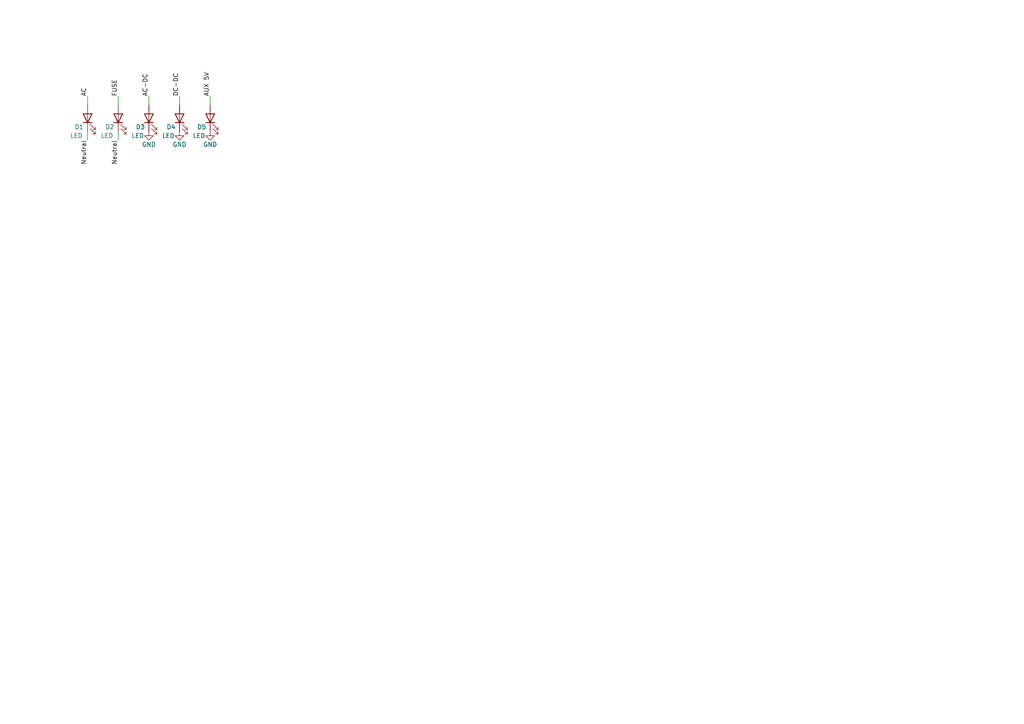
<source format=kicad_sch>
(kicad_sch (version 20230121) (generator eeschema)

  (uuid eacca3c9-02da-497d-ba4a-e777aa4e3fed)

  (paper "A4")

  (lib_symbols
    (symbol "Device:LED" (pin_numbers hide) (pin_names (offset 1.016) hide) (in_bom yes) (on_board yes)
      (property "Reference" "D" (at 0 2.54 0)
        (effects (font (size 1.27 1.27)))
      )
      (property "Value" "LED" (at 0 -2.54 0)
        (effects (font (size 1.27 1.27)))
      )
      (property "Footprint" "" (at 0 0 0)
        (effects (font (size 1.27 1.27)) hide)
      )
      (property "Datasheet" "~" (at 0 0 0)
        (effects (font (size 1.27 1.27)) hide)
      )
      (property "ki_keywords" "LED diode" (at 0 0 0)
        (effects (font (size 1.27 1.27)) hide)
      )
      (property "ki_description" "Light emitting diode" (at 0 0 0)
        (effects (font (size 1.27 1.27)) hide)
      )
      (property "ki_fp_filters" "LED* LED_SMD:* LED_THT:*" (at 0 0 0)
        (effects (font (size 1.27 1.27)) hide)
      )
      (symbol "LED_0_1"
        (polyline
          (pts
            (xy -1.27 -1.27)
            (xy -1.27 1.27)
          )
          (stroke (width 0.254) (type default))
          (fill (type none))
        )
        (polyline
          (pts
            (xy -1.27 0)
            (xy 1.27 0)
          )
          (stroke (width 0) (type default))
          (fill (type none))
        )
        (polyline
          (pts
            (xy 1.27 -1.27)
            (xy 1.27 1.27)
            (xy -1.27 0)
            (xy 1.27 -1.27)
          )
          (stroke (width 0.254) (type default))
          (fill (type none))
        )
        (polyline
          (pts
            (xy -3.048 -0.762)
            (xy -4.572 -2.286)
            (xy -3.81 -2.286)
            (xy -4.572 -2.286)
            (xy -4.572 -1.524)
          )
          (stroke (width 0) (type default))
          (fill (type none))
        )
        (polyline
          (pts
            (xy -1.778 -0.762)
            (xy -3.302 -2.286)
            (xy -2.54 -2.286)
            (xy -3.302 -2.286)
            (xy -3.302 -1.524)
          )
          (stroke (width 0) (type default))
          (fill (type none))
        )
      )
      (symbol "LED_1_1"
        (pin passive line (at -3.81 0 0) (length 2.54)
          (name "K" (effects (font (size 1.27 1.27))))
          (number "1" (effects (font (size 1.27 1.27))))
        )
        (pin passive line (at 3.81 0 180) (length 2.54)
          (name "A" (effects (font (size 1.27 1.27))))
          (number "2" (effects (font (size 1.27 1.27))))
        )
      )
    )
    (symbol "power:GND" (power) (pin_names (offset 0)) (in_bom yes) (on_board yes)
      (property "Reference" "#PWR" (at 0 -6.35 0)
        (effects (font (size 1.27 1.27)) hide)
      )
      (property "Value" "GND" (at 0 -3.81 0)
        (effects (font (size 1.27 1.27)))
      )
      (property "Footprint" "" (at 0 0 0)
        (effects (font (size 1.27 1.27)) hide)
      )
      (property "Datasheet" "" (at 0 0 0)
        (effects (font (size 1.27 1.27)) hide)
      )
      (property "ki_keywords" "global power" (at 0 0 0)
        (effects (font (size 1.27 1.27)) hide)
      )
      (property "ki_description" "Power symbol creates a global label with name \"GND\" , ground" (at 0 0 0)
        (effects (font (size 1.27 1.27)) hide)
      )
      (symbol "GND_0_1"
        (polyline
          (pts
            (xy 0 0)
            (xy 0 -1.27)
            (xy 1.27 -1.27)
            (xy 0 -2.54)
            (xy -1.27 -1.27)
            (xy 0 -1.27)
          )
          (stroke (width 0) (type default))
          (fill (type none))
        )
      )
      (symbol "GND_1_1"
        (pin power_in line (at 0 0 270) (length 0) hide
          (name "GND" (effects (font (size 1.27 1.27))))
          (number "1" (effects (font (size 1.27 1.27))))
        )
      )
    )
  )


  (wire (pts (xy 52.07 27.94) (xy 52.07 30.48))
    (stroke (width 0) (type default))
    (uuid 06ac4482-a12c-44cd-a9dd-0e0c6bc05a04)
  )
  (wire (pts (xy 34.29 38.1) (xy 34.29 40.64))
    (stroke (width 0) (type default))
    (uuid 155c7a13-85bd-4104-a72e-d0978e87c42b)
  )
  (wire (pts (xy 25.4 27.94) (xy 25.4 30.48))
    (stroke (width 0) (type default))
    (uuid 4d10a770-e3a7-49e0-a3d1-4cb04cbba1bf)
  )
  (wire (pts (xy 60.96 27.94) (xy 60.96 30.48))
    (stroke (width 0) (type default))
    (uuid 86c8082b-c22c-44b3-aefb-bfa2c05f3098)
  )
  (wire (pts (xy 25.4 40.64) (xy 25.4 38.1))
    (stroke (width 0) (type default))
    (uuid b4976ec2-6c90-4f9f-938c-59849e95e85e)
  )
  (wire (pts (xy 43.18 27.94) (xy 43.18 30.48))
    (stroke (width 0) (type default))
    (uuid ee3d8546-0a44-4ab5-a9d9-b29306edff81)
  )
  (wire (pts (xy 34.29 27.94) (xy 34.29 30.48))
    (stroke (width 0) (type default))
    (uuid ef73d23a-6816-4459-9469-b6e08434eacf)
  )

  (label "FUSE" (at 34.29 27.94 90) (fields_autoplaced)
    (effects (font (size 1.27 1.27)) (justify left bottom))
    (uuid 1ce2c57b-8ae3-4339-a06b-6e46228c5a5d)
  )
  (label "Neutral" (at 34.29 40.64 270) (fields_autoplaced)
    (effects (font (size 1.27 1.27)) (justify right bottom))
    (uuid 883cd1fd-81ae-4a14-9d20-de13002b6424)
  )
  (label "Neutral" (at 25.4 40.64 270) (fields_autoplaced)
    (effects (font (size 1.27 1.27)) (justify right bottom))
    (uuid 8a3fd719-9a00-4931-82b4-e5d5b4b1b991)
  )
  (label "AUX 5V" (at 60.96 27.94 90) (fields_autoplaced)
    (effects (font (size 1.27 1.27)) (justify left bottom))
    (uuid 901d0068-387e-480d-9da4-6101bc5831a6)
  )
  (label "AC-DC" (at 43.18 27.94 90) (fields_autoplaced)
    (effects (font (size 1.27 1.27)) (justify left bottom))
    (uuid c859584c-4188-4466-a2a2-4ddefe14c5a5)
  )
  (label "DC-DC" (at 52.07 27.94 90) (fields_autoplaced)
    (effects (font (size 1.27 1.27)) (justify left bottom))
    (uuid d68618b0-131c-420b-9e60-d7070f950c29)
  )
  (label "AC" (at 25.4 27.94 90) (fields_autoplaced)
    (effects (font (size 1.27 1.27)) (justify left bottom))
    (uuid f31e3274-d6c9-4054-b9ee-9c285161b5fc)
  )

  (symbol (lib_id "Device:LED") (at 34.29 34.29 90) (unit 1)
    (in_bom yes) (on_board yes) (dnp no)
    (uuid 06a75ef8-b719-4bfe-87ed-d00e8dcda955)
    (property "Reference" "D2" (at 30.48 36.83 90)
      (effects (font (size 1.27 1.27)) (justify right))
    )
    (property "Value" "LED" (at 29.21 39.37 90)
      (effects (font (size 1.27 1.27)) (justify right))
    )
    (property "Footprint" "" (at 34.29 34.29 0)
      (effects (font (size 1.27 1.27)) hide)
    )
    (property "Datasheet" "~" (at 34.29 34.29 0)
      (effects (font (size 1.27 1.27)) hide)
    )
    (pin "2" (uuid 20741e4f-7866-4ffa-9c8e-542a4e371896))
    (pin "1" (uuid bbdd6628-2824-405f-871d-42d38adc319f))
    (instances
      (project "LED"
        (path "/1565e320-0729-43c0-9a64-8a1facfa36b9"
          (reference "D2") (unit 1)
        )
      )
      (project "RPS2"
        (path "/d737315f-d6ce-470c-874e-47205061e90d/37d23ce1-6282-4aa0-ad54-ea6ac9b48e25"
          (reference "D4") (unit 1)
        )
      )
    )
  )

  (symbol (lib_id "Device:LED") (at 60.96 34.29 90) (unit 1)
    (in_bom yes) (on_board yes) (dnp no)
    (uuid 0c33caaa-f456-4889-a68f-610961535fc3)
    (property "Reference" "D5" (at 57.15 36.83 90)
      (effects (font (size 1.27 1.27)) (justify right))
    )
    (property "Value" "LED" (at 55.88 39.37 90)
      (effects (font (size 1.27 1.27)) (justify right))
    )
    (property "Footprint" "" (at 60.96 34.29 0)
      (effects (font (size 1.27 1.27)) hide)
    )
    (property "Datasheet" "~" (at 60.96 34.29 0)
      (effects (font (size 1.27 1.27)) hide)
    )
    (pin "2" (uuid a2aaf72c-caaf-4a2f-8c55-05b0c0c9a1a7))
    (pin "1" (uuid f4978dfc-5650-47aa-99ac-98e850154b87))
    (instances
      (project "LED"
        (path "/1565e320-0729-43c0-9a64-8a1facfa36b9"
          (reference "D5") (unit 1)
        )
      )
      (project "RPS2"
        (path "/d737315f-d6ce-470c-874e-47205061e90d/37d23ce1-6282-4aa0-ad54-ea6ac9b48e25"
          (reference "D7") (unit 1)
        )
      )
    )
  )

  (symbol (lib_id "Device:LED") (at 25.4 34.29 90) (unit 1)
    (in_bom yes) (on_board yes) (dnp no)
    (uuid 178d61e0-da85-49c9-ab6d-364e034cd2df)
    (property "Reference" "D1" (at 21.59 36.83 90)
      (effects (font (size 1.27 1.27)) (justify right))
    )
    (property "Value" "LED" (at 20.32 39.37 90)
      (effects (font (size 1.27 1.27)) (justify right))
    )
    (property "Footprint" "" (at 25.4 34.29 0)
      (effects (font (size 1.27 1.27)) hide)
    )
    (property "Datasheet" "~" (at 25.4 34.29 0)
      (effects (font (size 1.27 1.27)) hide)
    )
    (pin "2" (uuid 36b704d4-a141-4553-b489-4c5a17616e76))
    (pin "1" (uuid af9f8055-ba6e-4dc0-93ca-920a006ec6da))
    (instances
      (project "LED"
        (path "/1565e320-0729-43c0-9a64-8a1facfa36b9"
          (reference "D1") (unit 1)
        )
      )
      (project "RPS2"
        (path "/d737315f-d6ce-470c-874e-47205061e90d/37d23ce1-6282-4aa0-ad54-ea6ac9b48e25"
          (reference "D3") (unit 1)
        )
      )
    )
  )

  (symbol (lib_id "power:GND") (at 52.07 38.1 0) (unit 1)
    (in_bom yes) (on_board yes) (dnp no)
    (uuid 4e6e852e-71d9-4d39-b8a4-e1ca710a8c3b)
    (property "Reference" "#PWR04" (at 52.07 44.45 0)
      (effects (font (size 1.27 1.27)) hide)
    )
    (property "Value" "GND" (at 52.07 41.91 0)
      (effects (font (size 1.27 1.27)))
    )
    (property "Footprint" "" (at 52.07 38.1 0)
      (effects (font (size 1.27 1.27)) hide)
    )
    (property "Datasheet" "" (at 52.07 38.1 0)
      (effects (font (size 1.27 1.27)) hide)
    )
    (pin "1" (uuid 178e739f-df9a-48b6-a08a-22dbe9e20035))
    (instances
      (project "LED"
        (path "/1565e320-0729-43c0-9a64-8a1facfa36b9"
          (reference "#PWR04") (unit 1)
        )
      )
      (project "RPS2"
        (path "/d737315f-d6ce-470c-874e-47205061e90d/37d23ce1-6282-4aa0-ad54-ea6ac9b48e25"
          (reference "#PWR044") (unit 1)
        )
      )
    )
  )

  (symbol (lib_id "power:GND") (at 43.18 38.1 0) (unit 1)
    (in_bom yes) (on_board yes) (dnp no)
    (uuid 55de343f-731e-435f-b899-e2d2abbfbfa8)
    (property "Reference" "#PWR03" (at 43.18 44.45 0)
      (effects (font (size 1.27 1.27)) hide)
    )
    (property "Value" "GND" (at 43.18 41.91 0)
      (effects (font (size 1.27 1.27)))
    )
    (property "Footprint" "" (at 43.18 38.1 0)
      (effects (font (size 1.27 1.27)) hide)
    )
    (property "Datasheet" "" (at 43.18 38.1 0)
      (effects (font (size 1.27 1.27)) hide)
    )
    (pin "1" (uuid 7b36096b-375e-4258-9902-6619d509bac9))
    (instances
      (project "LED"
        (path "/1565e320-0729-43c0-9a64-8a1facfa36b9"
          (reference "#PWR03") (unit 1)
        )
      )
      (project "RPS2"
        (path "/d737315f-d6ce-470c-874e-47205061e90d/37d23ce1-6282-4aa0-ad54-ea6ac9b48e25"
          (reference "#PWR043") (unit 1)
        )
      )
    )
  )

  (symbol (lib_id "Device:LED") (at 43.18 34.29 90) (unit 1)
    (in_bom yes) (on_board yes) (dnp no)
    (uuid 7c8bd2c9-6ea1-4081-95ce-b52bb59e7159)
    (property "Reference" "D3" (at 39.37 36.83 90)
      (effects (font (size 1.27 1.27)) (justify right))
    )
    (property "Value" "LED" (at 38.1 39.37 90)
      (effects (font (size 1.27 1.27)) (justify right))
    )
    (property "Footprint" "" (at 43.18 34.29 0)
      (effects (font (size 1.27 1.27)) hide)
    )
    (property "Datasheet" "~" (at 43.18 34.29 0)
      (effects (font (size 1.27 1.27)) hide)
    )
    (pin "2" (uuid 0b0de104-0610-49a5-b6fb-eb27beeed1f0))
    (pin "1" (uuid bcc1df88-e847-46cb-9db7-9e45e650ff1c))
    (instances
      (project "LED"
        (path "/1565e320-0729-43c0-9a64-8a1facfa36b9"
          (reference "D3") (unit 1)
        )
      )
      (project "RPS2"
        (path "/d737315f-d6ce-470c-874e-47205061e90d/37d23ce1-6282-4aa0-ad54-ea6ac9b48e25"
          (reference "D5") (unit 1)
        )
      )
    )
  )

  (symbol (lib_id "power:GND") (at 60.96 38.1 0) (unit 1)
    (in_bom yes) (on_board yes) (dnp no)
    (uuid c45417ec-ec7c-4186-94aa-82dfb6851b3c)
    (property "Reference" "#PWR05" (at 60.96 44.45 0)
      (effects (font (size 1.27 1.27)) hide)
    )
    (property "Value" "GND" (at 60.96 41.91 0)
      (effects (font (size 1.27 1.27)))
    )
    (property "Footprint" "" (at 60.96 38.1 0)
      (effects (font (size 1.27 1.27)) hide)
    )
    (property "Datasheet" "" (at 60.96 38.1 0)
      (effects (font (size 1.27 1.27)) hide)
    )
    (pin "1" (uuid d76793bf-7199-4fcb-8a5a-65c9c391bc42))
    (instances
      (project "LED"
        (path "/1565e320-0729-43c0-9a64-8a1facfa36b9"
          (reference "#PWR05") (unit 1)
        )
      )
      (project "RPS2"
        (path "/d737315f-d6ce-470c-874e-47205061e90d/37d23ce1-6282-4aa0-ad54-ea6ac9b48e25"
          (reference "#PWR045") (unit 1)
        )
      )
    )
  )

  (symbol (lib_id "Device:LED") (at 52.07 34.29 90) (unit 1)
    (in_bom yes) (on_board yes) (dnp no)
    (uuid dad324bf-bd50-4d7a-95c5-aae016e3e17d)
    (property "Reference" "D4" (at 48.26 36.83 90)
      (effects (font (size 1.27 1.27)) (justify right))
    )
    (property "Value" "LED" (at 46.99 39.37 90)
      (effects (font (size 1.27 1.27)) (justify right))
    )
    (property "Footprint" "" (at 52.07 34.29 0)
      (effects (font (size 1.27 1.27)) hide)
    )
    (property "Datasheet" "~" (at 52.07 34.29 0)
      (effects (font (size 1.27 1.27)) hide)
    )
    (pin "2" (uuid 307ac5a7-921e-41a2-9b77-cfe39819d790))
    (pin "1" (uuid 746f1234-58c3-4a29-a1c8-fc0a76a83dd4))
    (instances
      (project "LED"
        (path "/1565e320-0729-43c0-9a64-8a1facfa36b9"
          (reference "D4") (unit 1)
        )
      )
      (project "RPS2"
        (path "/d737315f-d6ce-470c-874e-47205061e90d/37d23ce1-6282-4aa0-ad54-ea6ac9b48e25"
          (reference "D6") (unit 1)
        )
      )
    )
  )
)

</source>
